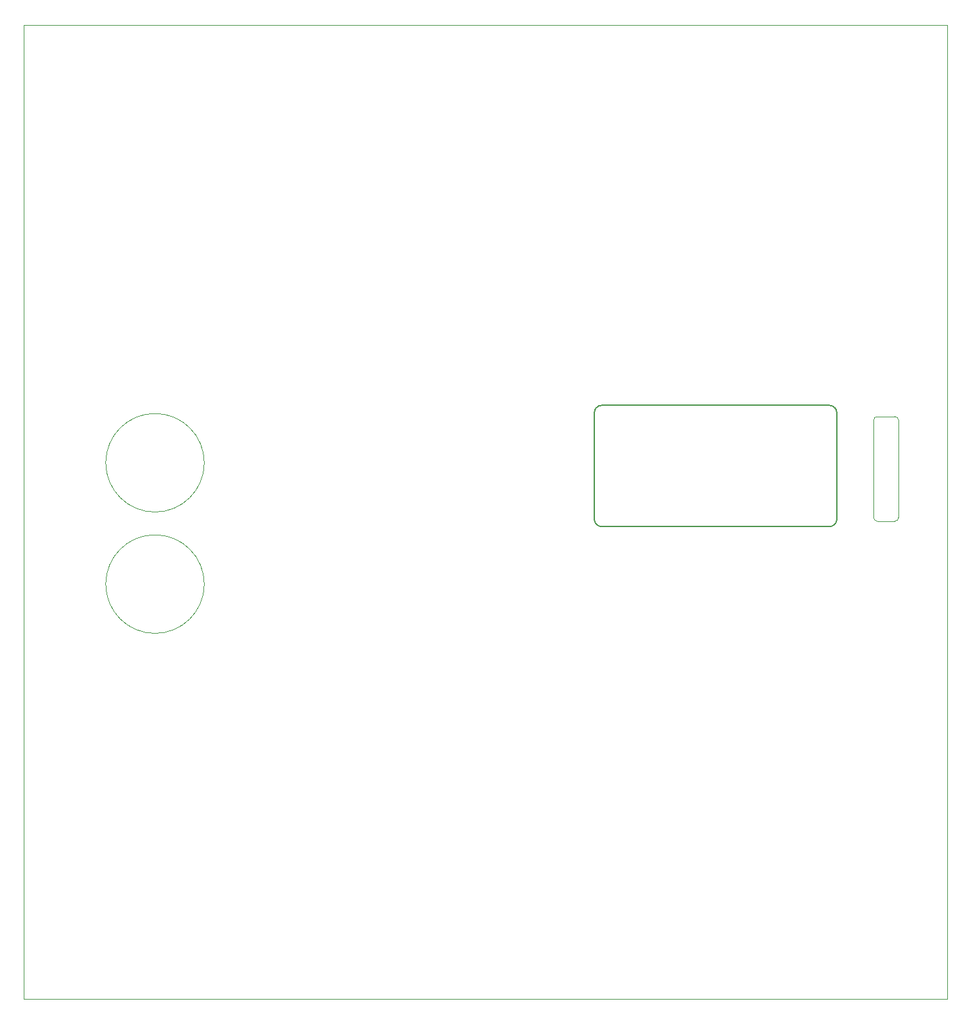
<source format=gbr>
%TF.GenerationSoftware,KiCad,Pcbnew,7.0.2*%
%TF.CreationDate,2023-09-05T13:57:42+01:00*%
%TF.ProjectId,dk2_02_panel,646b325f-3032-45f7-9061-6e656c2e6b69,rev?*%
%TF.SameCoordinates,Original*%
%TF.FileFunction,Profile,NP*%
%FSLAX46Y46*%
G04 Gerber Fmt 4.6, Leading zero omitted, Abs format (unit mm)*
G04 Created by KiCad (PCBNEW 7.0.2) date 2023-09-05 13:57:42*
%MOMM*%
%LPD*%
G01*
G04 APERTURE LIST*
%TA.AperFunction,Profile*%
%ADD10C,0.150000*%
%TD*%
%TA.AperFunction,Profile*%
%ADD11C,0.100000*%
%TD*%
G04 APERTURE END LIST*
D10*
X94350000Y-86919998D02*
X94350000Y-72919998D01*
D11*
X134000000Y-87200000D02*
G75*
G03*
X134500000Y-86700000I0J500000D01*
G01*
X131700000Y-73400000D02*
G75*
G03*
X131200000Y-73900000I0J-500000D01*
G01*
D10*
X125350000Y-87919998D02*
X95350000Y-87919998D01*
D11*
X134500000Y-73900000D02*
X134500000Y-86700000D01*
D10*
X94350002Y-86919998D02*
G75*
G03*
X95350000Y-87919998I999998J-2D01*
G01*
D11*
X42900000Y-79500000D02*
G75*
G03*
X42900000Y-79500000I-6500000J0D01*
G01*
X131700000Y-73400000D02*
X134000000Y-73400000D01*
D10*
X126350000Y-72919998D02*
X126350000Y-86919998D01*
X125350000Y-87920000D02*
G75*
G03*
X126350000Y-86919998I0J1000000D01*
G01*
X126350002Y-72919998D02*
G75*
G03*
X125350000Y-71919998I-1000002J-2D01*
G01*
X95350000Y-71919998D02*
X125350000Y-71919998D01*
D11*
X134500000Y-73900000D02*
G75*
G03*
X134000000Y-73400000I-500000J0D01*
G01*
X131200000Y-86700000D02*
X131200000Y-73900000D01*
X134000000Y-87200000D02*
X131700000Y-87200000D01*
D10*
X95350000Y-71920000D02*
G75*
G03*
X94350000Y-72919998I0J-1000000D01*
G01*
D11*
X19050000Y-21750000D02*
X140950000Y-21750000D01*
X140950000Y-150250000D01*
X19050000Y-150250000D01*
X19050000Y-21750000D01*
X131200000Y-86700000D02*
G75*
G03*
X131700000Y-87200000I500000J0D01*
G01*
X42900000Y-95500000D02*
G75*
G03*
X42900000Y-95500000I-6500000J0D01*
G01*
M02*

</source>
